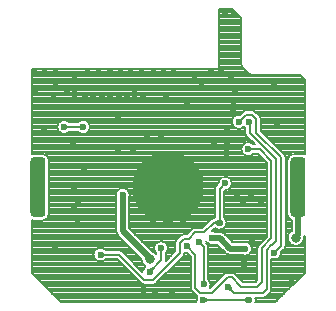
<source format=gbl>
G04*
G04 #@! TF.GenerationSoftware,Altium Limited,Altium Designer,18.1.7 (191)*
G04*
G04 Layer_Physical_Order=2*
G04 Layer_Color=16711680*
%FSLAX24Y24*%
%MOIN*%
G70*
G01*
G75*
%ADD11C,0.0079*%
%ADD55C,0.0197*%
%ADD69C,0.0236*%
%ADD70C,0.0315*%
%ADD71C,0.2362*%
G04:AMPARAMS|DCode=72|XSize=50mil|YSize=200mil|CornerRadius=12.5mil|HoleSize=0mil|Usage=FLASHONLY|Rotation=180.000|XOffset=0mil|YOffset=0mil|HoleType=Round|Shape=RoundedRectangle|*
%AMROUNDEDRECTD72*
21,1,0.0500,0.1750,0,0,180.0*
21,1,0.0250,0.2000,0,0,180.0*
1,1,0.0250,-0.0125,0.0875*
1,1,0.0250,0.0125,0.0875*
1,1,0.0250,0.0125,-0.0875*
1,1,0.0250,-0.0125,-0.0875*
%
%ADD72ROUNDEDRECTD72*%
G36*
X44812Y18861D02*
X44805Y18853D01*
X44798Y18844D01*
X44792Y18835D01*
X44787Y18826D01*
X44783Y18816D01*
X44780Y18806D01*
X44777Y18795D01*
X44775Y18784D01*
X44774Y18773D01*
X44774Y18761D01*
X44657Y18878D01*
X44669Y18878D01*
X44680Y18879D01*
X44691Y18881D01*
X44702Y18884D01*
X44712Y18887D01*
X44722Y18892D01*
X44731Y18897D01*
X44740Y18902D01*
X44748Y18909D01*
X44757Y18917D01*
X44812Y18861D01*
D02*
G37*
G36*
X46621Y17776D02*
X46611Y17776D01*
X46600Y17775D01*
X46589Y17773D01*
X46579Y17770D01*
X46569Y17766D01*
X46560Y17761D01*
X46550Y17755D01*
X46541Y17749D01*
X46532Y17741D01*
X46524Y17733D01*
Y17899D01*
X46532Y17890D01*
X46541Y17883D01*
X46550Y17876D01*
X46560Y17871D01*
X46569Y17866D01*
X46579Y17862D01*
X46589Y17859D01*
X46600Y17857D01*
X46611Y17856D01*
X46621Y17855D01*
Y17776D01*
D02*
G37*
G36*
X47375Y18101D02*
X47367Y18109D01*
X47358Y18115D01*
X47349Y18121D01*
X47340Y18126D01*
X47330Y18130D01*
X47320Y18134D01*
X47309Y18137D01*
X47298Y18138D01*
X47287Y18139D01*
X47275Y18140D01*
X47392Y18257D01*
X47392Y18245D01*
X47393Y18233D01*
X47395Y18222D01*
X47398Y18212D01*
X47401Y18201D01*
X47405Y18192D01*
X47410Y18182D01*
X47416Y18173D01*
X47423Y18165D01*
X47430Y18157D01*
X47375Y18101D01*
D02*
G37*
G36*
X47781Y17855D02*
X47792Y17856D01*
X47803Y17857D01*
X47813Y17859D01*
X47824Y17862D01*
X47833Y17866D01*
X47843Y17871D01*
X47852Y17876D01*
X47862Y17883D01*
X47870Y17890D01*
X47879Y17899D01*
Y17733D01*
X47870Y17741D01*
X47862Y17749D01*
X47852Y17755D01*
X47843Y17761D01*
X47833Y17766D01*
X47824Y17770D01*
X47813Y17773D01*
X47803Y17775D01*
X47792Y17776D01*
X47781Y17776D01*
Y17855D01*
D02*
G37*
G36*
X46806Y20433D02*
X46817Y20433D01*
X46828Y20435D01*
X46839Y20437D01*
X46849Y20440D01*
X46859Y20443D01*
X46868Y20448D01*
X46877Y20453D01*
X46886Y20459D01*
X46894Y20466D01*
X46902Y20474D01*
Y20313D01*
X46894Y20321D01*
X46886Y20328D01*
X46877Y20334D01*
X46868Y20340D01*
X46859Y20344D01*
X46849Y20348D01*
X46839Y20351D01*
X46828Y20353D01*
X46817Y20354D01*
X46806Y20354D01*
Y20433D01*
D02*
G37*
D11*
X49821Y22676D02*
G03*
X49731Y22693I-90J-226D01*
G01*
X49481D02*
G03*
X49238Y22450I0J-243D01*
G01*
X49193Y22575D02*
G03*
X49147Y22686I-157J0D01*
G01*
X49193Y22575D02*
G03*
X49147Y22687I-157J0D01*
G01*
X47696Y25709D02*
G03*
X47745Y25590I168J0D01*
G01*
X47696Y25709D02*
G03*
X47745Y25590I168J0D01*
G01*
X48184Y24099D02*
G03*
X48073Y24145I-112J-111D01*
G01*
X48376Y23842D02*
G03*
X48330Y23953I-157J0D01*
G01*
X48376Y23842D02*
G03*
X48330Y23953I-157J0D01*
G01*
X47972Y25363D02*
G03*
X48091Y25314I119J119D01*
G01*
X47972Y25363D02*
G03*
X48091Y25314I119J119D01*
G01*
X48184Y24099D02*
G03*
X48073Y24145I-111J-111D01*
G01*
X47835Y23396D02*
G03*
X47881Y23284I157J0D01*
G01*
X47877Y24145D02*
G03*
X47766Y24099I0J-157D01*
G01*
X47877Y24145D02*
G03*
X47765Y24099I0J-157D01*
G01*
X47835Y23396D02*
G03*
X47881Y23284I157J0D01*
G01*
X48119Y23002D02*
G03*
X48119Y22687I-176J-157D01*
G01*
X47661Y23994D02*
G03*
X47797Y23595I-33J-234D01*
G01*
D02*
G03*
X47835Y23561I177J156D01*
G01*
X47411Y21703D02*
G03*
X46939Y21690I-236J0D01*
G01*
X47162Y21467D02*
G03*
X47411Y21703I13J236D01*
G01*
X46877Y21627D02*
G03*
X46831Y21516I111J-112D01*
G01*
X46877Y21627D02*
G03*
X46831Y21516I111J-111D01*
G01*
X49238Y20700D02*
G03*
X49390Y20475I243J0D01*
G01*
X49803Y19880D02*
G03*
X49821Y19946I-197J91D01*
G01*
X49803Y19880D02*
G03*
X49821Y19946I-197J91D01*
G01*
X49390Y20130D02*
G03*
X49803Y19880I138J-239D01*
G01*
X49147Y19515D02*
G03*
X49193Y19626I-111J111D01*
G01*
X49147Y19514D02*
G03*
X49193Y19626I-111J112D01*
G01*
X48720Y19181D02*
G03*
X49045Y19400I89J219D01*
G01*
X48674Y18058D02*
G03*
X48720Y18169I-111J111D01*
G01*
X48674Y18058D02*
G03*
X48720Y18169I-111J112D01*
G01*
X47224Y20394D02*
G03*
X47146Y20570I-236J0D01*
G01*
X48294Y19664D02*
G03*
X48248Y19553I111J-111D01*
G01*
X48294Y19664D02*
G03*
X48248Y19553I111J-112D01*
G01*
X48071Y19528D02*
G03*
X47740Y19744I-236J0D01*
G01*
X46840Y20210D02*
G03*
X47224Y20394I148J184D01*
G01*
X46791Y20551D02*
G03*
X46690Y20505I10J-157D01*
G01*
X46791Y20551D02*
G03*
X46690Y20505I10J-157D01*
G01*
X47142Y20035D02*
G03*
X46988Y20098I-153J-153D01*
G01*
X47141Y20035D02*
G03*
X46988Y20098I-153J-153D01*
G01*
X46837D02*
G03*
X46748Y20118I-94J-217D01*
G01*
X47740Y19311D02*
G03*
X48071Y19528I94J217D01*
G01*
X48446Y17895D02*
G03*
X48557Y17941I0J157D01*
G01*
X48446Y17895D02*
G03*
X48557Y17941I0J157D01*
G01*
X48200Y17816D02*
G03*
X48186Y17895I-236J0D01*
G01*
X48186Y17737D02*
G03*
X48200Y17816I-223J79D01*
G01*
X47503Y18684D02*
G03*
X47392Y18730I-112J-111D01*
G01*
X47503Y18684D02*
G03*
X47392Y18730I-111J-111D01*
G01*
X47189Y19374D02*
G03*
X47343Y19311I153J153D01*
G01*
X47189Y19375D02*
G03*
X47343Y19311I153J153D01*
G01*
X47254Y18730D02*
G03*
X47143Y18684I0J-157D01*
G01*
X47254Y18730D02*
G03*
X47142Y18684I0J-157D01*
G01*
X46655Y18218D02*
G03*
X46693Y18346I-199J128D01*
G01*
X42264Y23426D02*
G03*
X42676Y23584I176J157D01*
G01*
D02*
G03*
X42264Y23741I-236J0D01*
G01*
X41989D02*
G03*
X41989Y23426I-176J-157D01*
G01*
X43976Y21234D02*
G03*
X43996Y21329I-217J94D01*
G01*
D02*
G03*
X43543Y21234I-236J0D01*
G01*
X40820Y22693D02*
G03*
X40731Y22676I0J-243D01*
G01*
X41313Y22450D02*
G03*
X41070Y22693I-243J0D01*
G01*
X46171Y20226D02*
G03*
X46060Y20180I0J-157D01*
G01*
X46171Y20226D02*
G03*
X46060Y20180I0J-157D01*
G01*
X45798Y20010D02*
G03*
X45686Y19964I0J-157D01*
G01*
X45798Y20010D02*
G03*
X45686Y19964I0J-157D01*
G01*
X41070Y20457D02*
G03*
X41313Y20700I0J243D01*
G01*
X40731Y20473D02*
G03*
X40820Y20457I89J226D01*
G01*
X43543Y20118D02*
G03*
X43607Y19965I217J0D01*
G01*
X43543Y20118D02*
G03*
X43607Y19965I217J0D01*
G01*
X46534Y19770D02*
G03*
X46837Y19665I208J112D01*
G01*
X46614Y19587D02*
G03*
X46568Y19698I-157J0D01*
G01*
X46614Y19587D02*
G03*
X46568Y19698I-157J0D01*
G01*
X45817Y19393D02*
G03*
X45909Y19380I79J223D01*
G01*
X45548Y19826D02*
G03*
X45502Y19714I111J-112D01*
G01*
X45548Y19825D02*
G03*
X45502Y19714I111J-111D01*
G01*
X45771Y19259D02*
G03*
X45817Y19370I-111J111D01*
G01*
X45771Y19259D02*
G03*
X45817Y19370I-111J112D01*
G01*
X46693Y18346D02*
G03*
X46614Y18523I-236J0D01*
G01*
X46024Y18228D02*
G03*
X46070Y18117I157J0D01*
G01*
X46024Y18228D02*
G03*
X46070Y18117I157J0D01*
G01*
X46242Y17945D02*
G03*
X46217Y17737I198J-129D01*
G01*
X45197Y19365D02*
G03*
X45276Y19541I-157J176D01*
G01*
D02*
G03*
X44882Y19365I-236J0D01*
G01*
Y19340D02*
G03*
X44738Y19446I-226J-157D01*
G01*
X43197Y19488D02*
G03*
X43197Y19173I-176J-157D01*
G01*
X43743Y19442D02*
G03*
X43632Y19488I-111J-111D01*
G01*
X43743Y19442D02*
G03*
X43632Y19488I-112J-111D01*
G01*
X44380Y19192D02*
G03*
X44512Y18948I275J-9D01*
G01*
X44774Y18327D02*
G03*
X44885Y18373I0J157D01*
G01*
X44512Y18948D02*
G03*
X44419Y18766I143J-188D01*
G01*
X44774Y18327D02*
G03*
X44885Y18373I0J157D01*
G01*
X44367D02*
G03*
X44478Y18327I111J111D01*
G01*
X44367Y18373D02*
G03*
X44478Y18327I112J111D01*
G01*
X49674Y25314D02*
X49821Y25167D01*
X48762Y23071D02*
X49821D01*
X48920Y22913D02*
X49821D01*
X48841Y22992D02*
X49821D01*
X49077Y22756D02*
X49821D01*
X48999Y22835D02*
X49821D01*
X49481Y22693D02*
X49731D01*
X49155Y22677D02*
X49395D01*
X49821Y22676D02*
Y25167D01*
X49191Y22598D02*
X49289D01*
X49193Y22441D02*
X49238D01*
X49193Y22520D02*
X49248D01*
X48376Y23779D02*
X49821D01*
X48375Y23858D02*
X49821D01*
X48376Y23622D02*
X49821D01*
X48376Y23701D02*
X49821D01*
X48188Y24094D02*
X49821D01*
X48091Y25314D02*
X49674D01*
X48344Y23937D02*
X49821D01*
X48267Y24016D02*
X49821D01*
X48376Y23465D02*
X49821D01*
X48376Y23543D02*
X49821D01*
X48526Y23307D02*
X49821D01*
X48447Y23386D02*
X49821D01*
X48605Y23228D02*
X49821D01*
X48376Y23457D02*
X49147Y22687D01*
X48684Y23150D02*
X49821D01*
X48255Y22687D02*
X48563Y22379D01*
X49193Y21968D02*
X49238D01*
X49193Y22047D02*
X49238D01*
X49193Y21811D02*
X49238D01*
X49193Y21890D02*
X49238D01*
X49193Y22283D02*
X49238D01*
X49193Y22362D02*
X49238D01*
X49193Y22126D02*
X49238D01*
X49193Y22205D02*
X49238D01*
X49193Y21260D02*
X49238D01*
X49193Y21417D02*
X49238D01*
X49193Y21102D02*
X49238D01*
X49193Y21181D02*
X49238D01*
X49193Y21653D02*
X49238D01*
X49193Y21732D02*
X49238D01*
X49193Y21496D02*
X49238D01*
X49193Y21575D02*
X49238D01*
X47410Y21732D02*
X48563D01*
X47385Y21811D02*
X48563D01*
X49193Y21339D02*
X49238D01*
X47406Y21653D02*
X48563D01*
X47374Y21575D02*
X48563D01*
X47146Y21417D02*
X48563D01*
X47146Y21260D02*
X48563D01*
X47146Y21339D02*
X48563D01*
X49193Y21024D02*
X49238D01*
X47146Y21102D02*
X48563D01*
X49193Y20866D02*
X49238D01*
X49193Y20945D02*
X49238D01*
X47146Y21024D02*
X48563D01*
X47146Y21181D02*
X48563D01*
X47146Y20866D02*
X48563D01*
X47146Y20945D02*
X48563D01*
X47391Y27529D02*
X47696Y27224D01*
X46978Y27165D02*
X47696D01*
X46978Y27008D02*
X47696D01*
X46978Y27087D02*
X47696D01*
X46978Y27480D02*
X47439D01*
X46978Y27529D02*
X47391D01*
X46978Y27244D02*
X47676D01*
X46978Y27323D02*
X47597D01*
X46978Y26850D02*
X47696D01*
X47745Y25590D02*
X47972Y25363D01*
X47696Y25709D02*
Y27224D01*
X46978Y25522D02*
Y27529D01*
Y26772D02*
X47696D01*
X46978Y26929D02*
X47696D01*
X46978Y26378D02*
X47696D01*
X46978Y26457D02*
X47696D01*
X46978Y26220D02*
X47696D01*
X46978Y26299D02*
X47696D01*
X46978Y26693D02*
X47696D01*
X46978Y27402D02*
X47518D01*
X46978Y26535D02*
X47696D01*
X46978Y26614D02*
X47696D01*
X46978Y25748D02*
X47696D01*
X46978Y25827D02*
X47696D01*
X46978Y25591D02*
X47745D01*
X46978Y25669D02*
X47701D01*
X46978Y26063D02*
X47696D01*
X46978Y26142D02*
X47696D01*
X46978Y25905D02*
X47696D01*
X46978Y25984D02*
X47696D01*
X48184Y24099D02*
X48330Y23953D01*
X47877Y24145D02*
X48073D01*
X48376Y23457D02*
Y23842D01*
X47881Y23284D02*
X48163Y23002D01*
X48119Y22687D02*
X48255D01*
X48110Y22677D02*
X48265D01*
X47835Y23396D02*
Y23561D01*
X48119Y23002D02*
X48163D01*
X48011Y23071D02*
X48094D01*
X47661Y23994D02*
X47765Y24099D01*
X47722Y23543D02*
X47835D01*
X47320Y21890D02*
X48563D01*
X47289Y21496D02*
X48563D01*
X46877Y21627D02*
X46939Y21690D01*
X49193Y20472D02*
X49390D01*
X49193Y20315D02*
X49390D01*
X49193Y20394D02*
X49390D01*
X49238Y20700D02*
Y22450D01*
X49193Y20787D02*
X49238D01*
X49193Y20551D02*
X49289D01*
X49193Y20709D02*
X49238D01*
X49772Y19764D02*
X49821D01*
X49710Y19685D02*
X49821D01*
X49390Y20130D02*
Y20475D01*
X49193Y19626D02*
Y22575D01*
X49821Y18719D02*
Y19946D01*
X49193Y20157D02*
X49390D01*
X49193Y20236D02*
X49390D01*
X49193Y20000D02*
X49274D01*
X49193Y20079D02*
X49325D01*
X49193Y20630D02*
X49248D01*
X47146Y20787D02*
X48563D01*
X47176Y20000D02*
X48563D01*
X47146Y20630D02*
X48563D01*
X49193Y19842D02*
X49256D01*
X49193Y19921D02*
X49254D01*
X49193Y19685D02*
X49345D01*
X49193Y19764D02*
X49283D01*
X48563Y19933D02*
Y22379D01*
X48294Y19664D02*
X48563Y19933D01*
X49192Y19606D02*
X49821D01*
X49158Y19528D02*
X49821D01*
X49081Y19449D02*
X49821D01*
X49043Y19370D02*
X49821D01*
X49045Y19413D02*
X49147Y19514D01*
X49019Y19291D02*
X49821D01*
X48953Y19213D02*
X49821D01*
X48720Y19055D02*
X49821D01*
X48720Y19134D02*
X49821D01*
X48720Y18898D02*
X49821D01*
X48720Y18976D02*
X49821D01*
X48720Y18819D02*
X49821D01*
X48720Y18169D02*
Y19181D01*
X48839Y17737D02*
X49821Y18719D01*
X48720Y18740D02*
X49821D01*
X48720Y18583D02*
X49685D01*
X48720Y18661D02*
X49764D01*
X48720Y18425D02*
X49527D01*
X48720Y18504D02*
X49606D01*
X48720Y18268D02*
X49370D01*
X48720Y18346D02*
X49449D01*
X48720Y18189D02*
X49291D01*
X48709Y18110D02*
X49212D01*
X48648Y18031D02*
X49134D01*
X48569Y17953D02*
X49055D01*
X48199Y17795D02*
X48897D01*
X48192Y17874D02*
X48976D01*
X48557Y17941D02*
X48674Y18058D01*
X48186Y17737D02*
X48839D01*
X47211Y20472D02*
X48563D01*
X47164Y20551D02*
X48563D01*
X47224Y20394D02*
X48563D01*
X47211Y20315D02*
X48563D01*
X47164Y20236D02*
X48563D01*
X47334Y19842D02*
X48472D01*
X47255Y19921D02*
X48551D01*
X48011Y19685D02*
X48315D01*
X47839Y19764D02*
X48394D01*
X47413D02*
X47830D01*
X48057Y19606D02*
X48257D01*
X47432Y19744D02*
X47740D01*
X47146Y20709D02*
X48563D01*
X47146Y20570D02*
Y21451D01*
X46788Y20157D02*
X48563D01*
X46831Y20570D02*
Y21516D01*
X46748Y20118D02*
X46840Y20210D01*
X47078Y20079D02*
X48563D01*
X47142Y20035D02*
X47432Y19744D01*
X46898Y19665D02*
X47189Y19375D01*
X46837Y19665D02*
X46898D01*
X46837Y20098D02*
X46988D01*
X48071Y19528D02*
X48248D01*
X48057Y19449D02*
X48248D01*
X48011Y19370D02*
X48248D01*
X47526Y18661D02*
X48248D01*
Y18481D02*
Y19553D01*
X47683Y18504D02*
X48248D01*
X47605Y18583D02*
X48248D01*
X48183Y18415D02*
X48248Y18481D01*
X48186Y17895D02*
X48446D01*
X47772Y18415D02*
X48183D01*
X47762Y18425D02*
X48193D01*
X47343Y19311D02*
X47740D01*
X47254Y18730D02*
X47392D01*
X47503Y18684D02*
X47772Y18415D01*
X46677Y18218D02*
X47142Y18684D01*
X46679Y18425D02*
X46884D01*
X46633Y18504D02*
X46962D01*
X46693Y18346D02*
X46805D01*
X46679Y18268D02*
X46726D01*
X40731Y24961D02*
X49821D01*
X40731Y25039D02*
X49821D01*
X40731Y24803D02*
X49821D01*
X40731Y24882D02*
X49821D01*
X40731Y25512D02*
X47823D01*
X40731Y25522D02*
X46978D01*
X40731Y25118D02*
X49821D01*
X40731Y25433D02*
X47902D01*
X40731Y24646D02*
X49821D01*
X40731Y24724D02*
X49821D01*
X42644Y23465D02*
X47835D01*
X42569Y23386D02*
X47835D01*
X42645Y23701D02*
X47399D01*
X42572Y23779D02*
X47393D01*
X42673Y23622D02*
X47436D01*
X42673Y23543D02*
X47534D01*
X40731Y24409D02*
X49821D01*
X40731Y24488D02*
X49821D01*
X40731Y24252D02*
X49821D01*
X40731Y24331D02*
X49821D01*
X40731Y25276D02*
X49712D01*
X40731Y25354D02*
X47982D01*
X40731Y24567D02*
X49821D01*
X40731Y25197D02*
X49791D01*
X40731Y24173D02*
X49821D01*
X40731Y23307D02*
X47862D01*
X40731Y23150D02*
X48016D01*
X40731Y23228D02*
X47937D01*
X40731Y24016D02*
X47683D01*
X40731Y24094D02*
X47761D01*
X40731Y23858D02*
X47413D01*
X40731Y23937D02*
X47472D01*
X41313Y22205D02*
X48563D01*
X41313Y22441D02*
X48501D01*
X41313Y22047D02*
X48563D01*
X41313Y22126D02*
X48563D01*
X43979Y21417D02*
X46831D01*
X43927Y21496D02*
X46831D01*
X43996Y21339D02*
X46831D01*
X43986Y21260D02*
X46831D01*
X43976Y20787D02*
X46831D01*
X43976Y20866D02*
X46831D01*
X43976Y20630D02*
X46831D01*
X43976Y20709D02*
X46831D01*
X43976Y21102D02*
X46831D01*
X43976Y21181D02*
X46831D01*
X43976Y20945D02*
X46831D01*
X43976Y21024D02*
X46831D01*
X41156Y22677D02*
X47776D01*
X40731Y23071D02*
X47875D01*
X41303Y22520D02*
X48423D01*
X41262Y22598D02*
X48344D01*
X40731Y22913D02*
X47717D01*
X40731Y22992D02*
X47758D01*
X40731Y22756D02*
X47724D01*
X40731Y22835D02*
X47707D01*
X41313Y22283D02*
X48563D01*
X41313Y22362D02*
X48563D01*
X41313Y21890D02*
X47031D01*
X41313Y21968D02*
X48563D01*
X41313Y21732D02*
X46941D01*
X41313Y21811D02*
X46965D01*
X41313Y21575D02*
X46842D01*
X41313Y21653D02*
X46903D01*
X41942Y23386D02*
X42311D01*
X41313Y21496D02*
X43593D01*
X41945Y23779D02*
X42307D01*
X41989Y23426D02*
X42264D01*
X41989Y23741D02*
X42264D01*
X43976Y20208D02*
Y21234D01*
X41313Y21102D02*
X43543D01*
Y20118D02*
Y21234D01*
X41313Y20700D02*
Y22450D01*
Y20945D02*
X43543D01*
X41313Y21024D02*
X43543D01*
X40731Y23701D02*
X41608D01*
X40731Y23779D02*
X41681D01*
X40731Y23386D02*
X41684D01*
X40731Y23465D02*
X41609D01*
X40731Y23543D02*
X41580D01*
X40731Y23622D02*
X41580D01*
X40820Y22693D02*
X41070D01*
X41313Y21181D02*
X43543D01*
X41313Y21417D02*
X43541D01*
X41313Y20787D02*
X43543D01*
X41313Y20866D02*
X43543D01*
X40731Y22676D02*
X40731Y25522D01*
X41313Y21260D02*
X43534D01*
X41313Y21339D02*
X43524D01*
X46411Y20226D02*
X46690Y20505D01*
X43976Y20551D02*
X46792D01*
X43976Y20394D02*
X46578D01*
X43976Y20472D02*
X46657D01*
X43976Y20236D02*
X46421D01*
X43976Y20315D02*
X46500D01*
X46171Y20226D02*
X46411D01*
X45889Y20010D02*
X46060Y20180D01*
X44105Y20079D02*
X45958D01*
X44027Y20157D02*
X46037D01*
X45798Y20010D02*
X45889D01*
X44184Y20000D02*
X45743D01*
X41313Y20709D02*
X43543D01*
X41303Y20630D02*
X43543D01*
X41262Y20551D02*
X43543D01*
X41156Y20472D02*
X43543D01*
X40820Y20457D02*
X41070D01*
X40731Y20394D02*
X43543D01*
X40731Y20000D02*
X43578D01*
X40731Y20079D02*
X43547D01*
X40731Y20236D02*
X43543D01*
X40731Y20315D02*
X43543D01*
X40731Y20157D02*
X43543D01*
X46613Y19606D02*
X46958D01*
X46614Y19449D02*
X47115D01*
X46614Y19528D02*
X47036D01*
X46535Y19731D02*
X46568Y19698D01*
X46580Y19685D02*
X46612D01*
X46614Y19370D02*
X47194D01*
X46614Y18523D02*
Y19587D01*
Y19213D02*
X48248D01*
X46614Y19291D02*
X48248D01*
X45909Y19380D02*
X46024Y19265D01*
Y18228D02*
Y19265D01*
X45817Y19370D02*
X45919D01*
X45548Y19826D02*
X45686Y19964D01*
X44263Y19921D02*
X45644D01*
X44342Y19842D02*
X45565D01*
X45119Y19764D02*
X45510D01*
X45266Y19606D02*
X45502D01*
X45227Y19685D02*
X45502D01*
X45796Y19291D02*
X45998D01*
X45725Y19213D02*
X46024D01*
X45275Y19528D02*
X45502D01*
X45257Y19449D02*
X45502D01*
X45196Y19130D02*
X45502Y19435D01*
X44885Y18373D02*
X45771Y19259D01*
X46614Y19055D02*
X48248D01*
X46614Y19134D02*
X48248D01*
X46614Y18819D02*
X48248D01*
X46614Y18976D02*
X48248D01*
X45646Y19134D02*
X46024D01*
X45567Y19055D02*
X46024D01*
X46614Y18898D02*
X48248D01*
X45488Y18976D02*
X46024D01*
X46614Y18661D02*
X47120D01*
X46614Y18740D02*
X48248D01*
X46614Y18583D02*
X47041D01*
X46070Y18117D02*
X46237Y17950D01*
X45095Y18583D02*
X46024D01*
X45016Y18504D02*
X46024D01*
X44937Y18425D02*
X46024D01*
X44850Y18346D02*
X46024D01*
X45410Y18898D02*
X46024D01*
X45331Y18819D02*
X46024D01*
X45252Y18740D02*
X46024D01*
X45173Y18661D02*
X46024D01*
X41576Y17874D02*
X46210D01*
X41498Y17953D02*
X46234D01*
X41713Y17737D02*
X46217D01*
X41655Y17795D02*
X46204D01*
X41261Y18189D02*
X46029D01*
X41183Y18268D02*
X46024D01*
X41419Y18031D02*
X46155D01*
X41340Y18110D02*
X46077D01*
X45502Y19435D02*
Y19714D01*
X44420Y19764D02*
X44960D01*
X44735Y19449D02*
X44822D01*
X44499Y19685D02*
X44852D01*
X44578Y19606D02*
X44812D01*
X43976Y20208D02*
X44738Y19446D01*
X44657Y19528D02*
X44804D01*
X43736Y19449D02*
X44123D01*
X45202Y19370D02*
X45437D01*
X45197Y19291D02*
X45358D01*
X43743Y19442D02*
X44419Y18766D01*
X45197Y19144D02*
Y19365D01*
X43815Y19370D02*
X44202D01*
X40731Y19685D02*
X43887D01*
X40731Y19764D02*
X43808D01*
X43151Y19528D02*
X44044D01*
X40731Y19606D02*
X43965D01*
X40731Y19842D02*
X43729D01*
X40731Y19921D02*
X43651D01*
X43197Y19488D02*
X43632D01*
X40731Y19528D02*
X42890D01*
X43607Y19965D02*
X44380Y19192D01*
X40731Y19449D02*
X42816D01*
X40731Y18719D02*
Y20473D01*
Y19291D02*
X42788D01*
X40731Y19370D02*
X42788D01*
X45197Y19213D02*
X45279D01*
X44288Y18898D02*
X44464D01*
X44209Y18976D02*
X44473D01*
X43973Y19213D02*
X44359D01*
X43894Y19291D02*
X44280D01*
X44130Y19055D02*
X44411D01*
X44051Y19134D02*
X44384D01*
X44478Y18327D02*
X44774D01*
X44366Y18819D02*
X44427D01*
X43567Y19173D02*
X44367Y18373D01*
X40731Y18976D02*
X43764D01*
X40731Y19055D02*
X43685D01*
X40731Y18819D02*
X43921D01*
X40731Y18898D02*
X43842D01*
X43197Y19173D02*
X43567D01*
X40731Y19213D02*
X42816D01*
X43151Y19134D02*
X43606D01*
X40731D02*
X42890D01*
X40946Y18504D02*
X44236D01*
X40868Y18583D02*
X44157D01*
X41104Y18346D02*
X44402D01*
X41025Y18425D02*
X44315D01*
X40731Y18719D02*
X41713Y17737D01*
X40731Y18740D02*
X44000D01*
X40789Y18661D02*
X44079D01*
X49035Y19626D02*
Y22575D01*
X48218Y23392D02*
X49035Y22575D01*
X48218Y23392D02*
Y23842D01*
X48073Y23987D02*
X48218Y23842D01*
X47877Y23987D02*
X48073D01*
X47649Y23760D02*
X47877Y23987D01*
X47628Y23760D02*
X47649D01*
X47975Y23751D02*
X47992Y23734D01*
Y23396D02*
Y23734D01*
X48321Y22844D02*
X48720Y22445D01*
X47943Y22844D02*
X48321D01*
X43021Y19331D02*
X43632D01*
X44478Y18484D01*
X44774D01*
X45659Y19370D01*
X46299Y19744D02*
X46457Y19587D01*
X45896Y19616D02*
X46181Y19331D01*
X45659Y19370D02*
Y19714D01*
X45798Y19852D01*
X45955D01*
X46171Y20069D01*
X46476D01*
X46801Y20394D01*
X46988D01*
Y21516D02*
X47175Y21703D01*
X46988Y20394D02*
Y21516D01*
X46181Y18228D02*
Y19331D01*
Y18228D02*
X46348Y18061D01*
X46742D01*
X47254Y18573D01*
X47392D01*
X47707Y18258D01*
X48248D01*
X48406Y18415D01*
Y19553D01*
X48720Y19868D01*
Y22445D01*
X46457Y18346D02*
Y19587D01*
X47274Y18258D02*
X47479Y18052D01*
X48446D01*
X48563Y18169D01*
Y19488D01*
X48711Y19636D01*
X48730D01*
X48878Y19783D01*
Y22510D01*
X47992Y23396D02*
X48878Y22510D01*
X48809Y19400D02*
X49035Y19626D01*
X41813Y23584D02*
X42440D01*
X41813D02*
X41850Y23621D01*
X44656Y18760D02*
X45039Y19144D01*
X44656Y18760D02*
X44656D01*
X45039Y19144D02*
Y19541D01*
X46439Y17816D02*
X47963D01*
D55*
X47343Y19528D02*
X47835D01*
X46988Y19882D02*
X47343Y19528D01*
X46742Y19882D02*
X46988D01*
X49528Y19892D02*
X49606Y19970D01*
X43760Y20118D02*
X44636Y19242D01*
X43760Y20118D02*
Y21329D01*
X49606Y21575D02*
X49606Y21575D01*
X49606Y19970D02*
Y21575D01*
D69*
X47628Y23760D02*
D03*
X47975Y23751D02*
D03*
X41132Y23494D02*
D03*
X44423Y24665D02*
D03*
X44157Y24675D02*
D03*
X48917Y23652D02*
D03*
X48809Y24941D02*
D03*
X48081Y19813D02*
D03*
X49390Y18563D02*
D03*
X41511Y19547D02*
D03*
X45413Y18051D02*
D03*
X44852Y18045D02*
D03*
X44468Y18150D02*
D03*
X47805Y18583D02*
D03*
Y18878D02*
D03*
X47795Y19163D02*
D03*
X47559Y21358D02*
D03*
X47776Y21083D02*
D03*
X48022Y21348D02*
D03*
X48366Y21073D02*
D03*
X48371Y21417D02*
D03*
X41909Y24705D02*
D03*
X46378Y22028D02*
D03*
X47224Y22717D02*
D03*
X46811Y23041D02*
D03*
X47235Y23081D02*
D03*
X47224Y23474D02*
D03*
X47244Y23789D02*
D03*
X47450Y24114D02*
D03*
X47480Y24459D02*
D03*
X47494Y24833D02*
D03*
X47372Y25187D02*
D03*
X45906Y24390D02*
D03*
X45197Y24598D02*
D03*
X43002Y23386D02*
D03*
X43888Y24665D02*
D03*
X43622Y24598D02*
D03*
X43340Y24616D02*
D03*
X43061D02*
D03*
X42785D02*
D03*
X42490Y24606D02*
D03*
X42185Y24685D02*
D03*
X41526Y25098D02*
D03*
X41683Y24872D02*
D03*
X41476Y24528D02*
D03*
X40876Y24847D02*
D03*
X41526Y25374D02*
D03*
X41181D02*
D03*
X40837D02*
D03*
X47461Y27313D02*
D03*
X47162Y27431D02*
D03*
X47037Y25413D02*
D03*
X46703D02*
D03*
X46407Y25069D02*
D03*
X46161Y25305D02*
D03*
X45817Y25364D02*
D03*
X45479Y25384D02*
D03*
X45138D02*
D03*
X44803D02*
D03*
X44417Y25374D02*
D03*
X44039D02*
D03*
X43701Y25394D02*
D03*
X43327Y25404D02*
D03*
X42963Y25394D02*
D03*
X42589D02*
D03*
X42175Y25325D02*
D03*
X45049Y23287D02*
D03*
X44567Y23238D02*
D03*
X43612Y23839D02*
D03*
X42094Y22992D02*
D03*
X43593Y22805D02*
D03*
X44110D02*
D03*
X42470Y22224D02*
D03*
X42136Y21511D02*
D03*
X42254Y21132D02*
D03*
X42131Y20846D02*
D03*
X42270Y20512D02*
D03*
X46299Y19744D02*
D03*
X45896Y19616D02*
D03*
X47175Y21703D02*
D03*
X46988Y20394D02*
D03*
X46457Y18346D02*
D03*
X47274Y18258D02*
D03*
X47943Y22844D02*
D03*
X48809Y19400D02*
D03*
X43021Y19331D02*
D03*
X42440Y23584D02*
D03*
X41813D02*
D03*
X44656Y18760D02*
D03*
X45039Y19541D02*
D03*
X43760Y21329D02*
D03*
X47963Y17816D02*
D03*
X46439D02*
D03*
X46742Y19882D02*
D03*
X47835Y19528D02*
D03*
X44783Y20472D02*
D03*
X45768Y20463D02*
D03*
X44783Y21467D02*
D03*
X45768Y21457D02*
D03*
X45276Y20965D02*
D03*
D70*
X49528Y19892D02*
D03*
X44656Y19183D02*
D03*
D71*
X45276Y21575D02*
D03*
D72*
X40945D02*
D03*
X49606D02*
D03*
M02*

</source>
